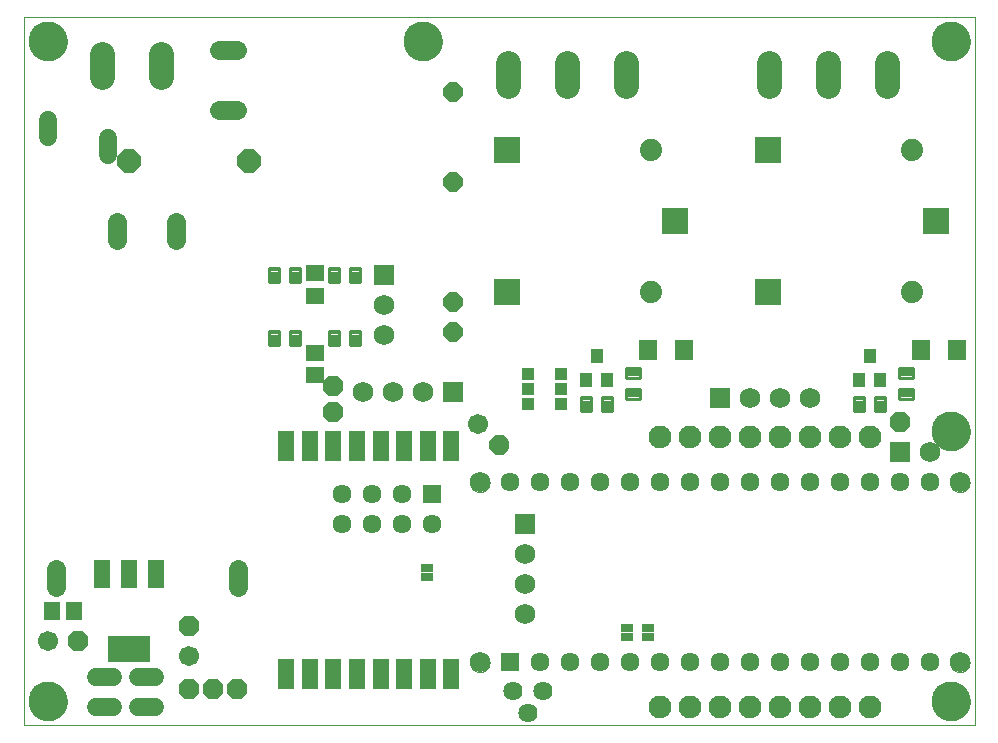
<source format=gbs>
G75*
%MOIN*%
%OFA0B0*%
%FSLAX25Y25*%
%IPPOS*%
%LPD*%
%AMOC8*
5,1,8,0,0,1.08239X$1,22.5*
%
%ADD10C,0.00000*%
%ADD11C,0.12998*%
%ADD12R,0.06337X0.06337*%
%ADD13C,0.06337*%
%ADD14C,0.01340*%
%ADD15C,0.06700*%
%ADD16R,0.05400X0.10400*%
%ADD17R,0.03900X0.02800*%
%ADD18OC8,0.06700*%
%ADD19R,0.09000X0.09000*%
%ADD20C,0.07400*%
%ADD21C,0.01100*%
%ADD22R,0.04400X0.04900*%
%ADD23C,0.08200*%
%ADD24R,0.06400X0.07000*%
%ADD25C,0.07600*%
%ADD26C,0.06337*%
%ADD27C,0.06000*%
%ADD28C,0.06400*%
%ADD29R,0.05518X0.06306*%
%ADD30R,0.05400X0.09400*%
%ADD31R,0.14400X0.08900*%
%ADD32C,0.06900*%
%ADD33OC8,0.08000*%
%ADD34C,0.06400*%
%ADD35R,0.06306X0.05518*%
%ADD36R,0.04400X0.04400*%
%ADD37R,0.06900X0.06900*%
%ADD38OC8,0.06337*%
D10*
X0002000Y0031850D02*
X0319000Y0031850D01*
X0319000Y0267850D01*
X0002000Y0267850D01*
X0002000Y0031850D01*
X0003701Y0039850D02*
X0003703Y0040008D01*
X0003709Y0040166D01*
X0003719Y0040324D01*
X0003733Y0040482D01*
X0003751Y0040639D01*
X0003772Y0040796D01*
X0003798Y0040952D01*
X0003828Y0041108D01*
X0003861Y0041263D01*
X0003899Y0041416D01*
X0003940Y0041569D01*
X0003985Y0041721D01*
X0004034Y0041872D01*
X0004087Y0042021D01*
X0004143Y0042169D01*
X0004203Y0042315D01*
X0004267Y0042460D01*
X0004335Y0042603D01*
X0004406Y0042745D01*
X0004480Y0042885D01*
X0004558Y0043022D01*
X0004640Y0043158D01*
X0004724Y0043292D01*
X0004813Y0043423D01*
X0004904Y0043552D01*
X0004999Y0043679D01*
X0005096Y0043804D01*
X0005197Y0043926D01*
X0005301Y0044045D01*
X0005408Y0044162D01*
X0005518Y0044276D01*
X0005631Y0044387D01*
X0005746Y0044496D01*
X0005864Y0044601D01*
X0005985Y0044703D01*
X0006108Y0044803D01*
X0006234Y0044899D01*
X0006362Y0044992D01*
X0006492Y0045082D01*
X0006625Y0045168D01*
X0006760Y0045252D01*
X0006896Y0045331D01*
X0007035Y0045408D01*
X0007176Y0045480D01*
X0007318Y0045550D01*
X0007462Y0045615D01*
X0007608Y0045677D01*
X0007755Y0045735D01*
X0007904Y0045790D01*
X0008054Y0045841D01*
X0008205Y0045888D01*
X0008357Y0045931D01*
X0008510Y0045970D01*
X0008665Y0046006D01*
X0008820Y0046037D01*
X0008976Y0046065D01*
X0009132Y0046089D01*
X0009289Y0046109D01*
X0009447Y0046125D01*
X0009604Y0046137D01*
X0009763Y0046145D01*
X0009921Y0046149D01*
X0010079Y0046149D01*
X0010237Y0046145D01*
X0010396Y0046137D01*
X0010553Y0046125D01*
X0010711Y0046109D01*
X0010868Y0046089D01*
X0011024Y0046065D01*
X0011180Y0046037D01*
X0011335Y0046006D01*
X0011490Y0045970D01*
X0011643Y0045931D01*
X0011795Y0045888D01*
X0011946Y0045841D01*
X0012096Y0045790D01*
X0012245Y0045735D01*
X0012392Y0045677D01*
X0012538Y0045615D01*
X0012682Y0045550D01*
X0012824Y0045480D01*
X0012965Y0045408D01*
X0013104Y0045331D01*
X0013240Y0045252D01*
X0013375Y0045168D01*
X0013508Y0045082D01*
X0013638Y0044992D01*
X0013766Y0044899D01*
X0013892Y0044803D01*
X0014015Y0044703D01*
X0014136Y0044601D01*
X0014254Y0044496D01*
X0014369Y0044387D01*
X0014482Y0044276D01*
X0014592Y0044162D01*
X0014699Y0044045D01*
X0014803Y0043926D01*
X0014904Y0043804D01*
X0015001Y0043679D01*
X0015096Y0043552D01*
X0015187Y0043423D01*
X0015276Y0043292D01*
X0015360Y0043158D01*
X0015442Y0043022D01*
X0015520Y0042885D01*
X0015594Y0042745D01*
X0015665Y0042603D01*
X0015733Y0042460D01*
X0015797Y0042315D01*
X0015857Y0042169D01*
X0015913Y0042021D01*
X0015966Y0041872D01*
X0016015Y0041721D01*
X0016060Y0041569D01*
X0016101Y0041416D01*
X0016139Y0041263D01*
X0016172Y0041108D01*
X0016202Y0040952D01*
X0016228Y0040796D01*
X0016249Y0040639D01*
X0016267Y0040482D01*
X0016281Y0040324D01*
X0016291Y0040166D01*
X0016297Y0040008D01*
X0016299Y0039850D01*
X0016297Y0039692D01*
X0016291Y0039534D01*
X0016281Y0039376D01*
X0016267Y0039218D01*
X0016249Y0039061D01*
X0016228Y0038904D01*
X0016202Y0038748D01*
X0016172Y0038592D01*
X0016139Y0038437D01*
X0016101Y0038284D01*
X0016060Y0038131D01*
X0016015Y0037979D01*
X0015966Y0037828D01*
X0015913Y0037679D01*
X0015857Y0037531D01*
X0015797Y0037385D01*
X0015733Y0037240D01*
X0015665Y0037097D01*
X0015594Y0036955D01*
X0015520Y0036815D01*
X0015442Y0036678D01*
X0015360Y0036542D01*
X0015276Y0036408D01*
X0015187Y0036277D01*
X0015096Y0036148D01*
X0015001Y0036021D01*
X0014904Y0035896D01*
X0014803Y0035774D01*
X0014699Y0035655D01*
X0014592Y0035538D01*
X0014482Y0035424D01*
X0014369Y0035313D01*
X0014254Y0035204D01*
X0014136Y0035099D01*
X0014015Y0034997D01*
X0013892Y0034897D01*
X0013766Y0034801D01*
X0013638Y0034708D01*
X0013508Y0034618D01*
X0013375Y0034532D01*
X0013240Y0034448D01*
X0013104Y0034369D01*
X0012965Y0034292D01*
X0012824Y0034220D01*
X0012682Y0034150D01*
X0012538Y0034085D01*
X0012392Y0034023D01*
X0012245Y0033965D01*
X0012096Y0033910D01*
X0011946Y0033859D01*
X0011795Y0033812D01*
X0011643Y0033769D01*
X0011490Y0033730D01*
X0011335Y0033694D01*
X0011180Y0033663D01*
X0011024Y0033635D01*
X0010868Y0033611D01*
X0010711Y0033591D01*
X0010553Y0033575D01*
X0010396Y0033563D01*
X0010237Y0033555D01*
X0010079Y0033551D01*
X0009921Y0033551D01*
X0009763Y0033555D01*
X0009604Y0033563D01*
X0009447Y0033575D01*
X0009289Y0033591D01*
X0009132Y0033611D01*
X0008976Y0033635D01*
X0008820Y0033663D01*
X0008665Y0033694D01*
X0008510Y0033730D01*
X0008357Y0033769D01*
X0008205Y0033812D01*
X0008054Y0033859D01*
X0007904Y0033910D01*
X0007755Y0033965D01*
X0007608Y0034023D01*
X0007462Y0034085D01*
X0007318Y0034150D01*
X0007176Y0034220D01*
X0007035Y0034292D01*
X0006896Y0034369D01*
X0006760Y0034448D01*
X0006625Y0034532D01*
X0006492Y0034618D01*
X0006362Y0034708D01*
X0006234Y0034801D01*
X0006108Y0034897D01*
X0005985Y0034997D01*
X0005864Y0035099D01*
X0005746Y0035204D01*
X0005631Y0035313D01*
X0005518Y0035424D01*
X0005408Y0035538D01*
X0005301Y0035655D01*
X0005197Y0035774D01*
X0005096Y0035896D01*
X0004999Y0036021D01*
X0004904Y0036148D01*
X0004813Y0036277D01*
X0004724Y0036408D01*
X0004640Y0036542D01*
X0004558Y0036678D01*
X0004480Y0036815D01*
X0004406Y0036955D01*
X0004335Y0037097D01*
X0004267Y0037240D01*
X0004203Y0037385D01*
X0004143Y0037531D01*
X0004087Y0037679D01*
X0004034Y0037828D01*
X0003985Y0037979D01*
X0003940Y0038131D01*
X0003899Y0038284D01*
X0003861Y0038437D01*
X0003828Y0038592D01*
X0003798Y0038748D01*
X0003772Y0038904D01*
X0003751Y0039061D01*
X0003733Y0039218D01*
X0003719Y0039376D01*
X0003709Y0039534D01*
X0003703Y0039692D01*
X0003701Y0039850D01*
X0150750Y0052850D02*
X0150752Y0052963D01*
X0150758Y0053077D01*
X0150768Y0053190D01*
X0150782Y0053302D01*
X0150799Y0053414D01*
X0150821Y0053526D01*
X0150847Y0053636D01*
X0150876Y0053746D01*
X0150909Y0053854D01*
X0150946Y0053962D01*
X0150987Y0054067D01*
X0151031Y0054172D01*
X0151079Y0054275D01*
X0151130Y0054376D01*
X0151185Y0054475D01*
X0151244Y0054572D01*
X0151306Y0054667D01*
X0151371Y0054760D01*
X0151439Y0054851D01*
X0151510Y0054939D01*
X0151585Y0055025D01*
X0151662Y0055108D01*
X0151742Y0055188D01*
X0151825Y0055265D01*
X0151911Y0055340D01*
X0151999Y0055411D01*
X0152090Y0055479D01*
X0152183Y0055544D01*
X0152278Y0055606D01*
X0152375Y0055665D01*
X0152474Y0055720D01*
X0152575Y0055771D01*
X0152678Y0055819D01*
X0152783Y0055863D01*
X0152888Y0055904D01*
X0152996Y0055941D01*
X0153104Y0055974D01*
X0153214Y0056003D01*
X0153324Y0056029D01*
X0153436Y0056051D01*
X0153548Y0056068D01*
X0153660Y0056082D01*
X0153773Y0056092D01*
X0153887Y0056098D01*
X0154000Y0056100D01*
X0154113Y0056098D01*
X0154227Y0056092D01*
X0154340Y0056082D01*
X0154452Y0056068D01*
X0154564Y0056051D01*
X0154676Y0056029D01*
X0154786Y0056003D01*
X0154896Y0055974D01*
X0155004Y0055941D01*
X0155112Y0055904D01*
X0155217Y0055863D01*
X0155322Y0055819D01*
X0155425Y0055771D01*
X0155526Y0055720D01*
X0155625Y0055665D01*
X0155722Y0055606D01*
X0155817Y0055544D01*
X0155910Y0055479D01*
X0156001Y0055411D01*
X0156089Y0055340D01*
X0156175Y0055265D01*
X0156258Y0055188D01*
X0156338Y0055108D01*
X0156415Y0055025D01*
X0156490Y0054939D01*
X0156561Y0054851D01*
X0156629Y0054760D01*
X0156694Y0054667D01*
X0156756Y0054572D01*
X0156815Y0054475D01*
X0156870Y0054376D01*
X0156921Y0054275D01*
X0156969Y0054172D01*
X0157013Y0054067D01*
X0157054Y0053962D01*
X0157091Y0053854D01*
X0157124Y0053746D01*
X0157153Y0053636D01*
X0157179Y0053526D01*
X0157201Y0053414D01*
X0157218Y0053302D01*
X0157232Y0053190D01*
X0157242Y0053077D01*
X0157248Y0052963D01*
X0157250Y0052850D01*
X0157248Y0052737D01*
X0157242Y0052623D01*
X0157232Y0052510D01*
X0157218Y0052398D01*
X0157201Y0052286D01*
X0157179Y0052174D01*
X0157153Y0052064D01*
X0157124Y0051954D01*
X0157091Y0051846D01*
X0157054Y0051738D01*
X0157013Y0051633D01*
X0156969Y0051528D01*
X0156921Y0051425D01*
X0156870Y0051324D01*
X0156815Y0051225D01*
X0156756Y0051128D01*
X0156694Y0051033D01*
X0156629Y0050940D01*
X0156561Y0050849D01*
X0156490Y0050761D01*
X0156415Y0050675D01*
X0156338Y0050592D01*
X0156258Y0050512D01*
X0156175Y0050435D01*
X0156089Y0050360D01*
X0156001Y0050289D01*
X0155910Y0050221D01*
X0155817Y0050156D01*
X0155722Y0050094D01*
X0155625Y0050035D01*
X0155526Y0049980D01*
X0155425Y0049929D01*
X0155322Y0049881D01*
X0155217Y0049837D01*
X0155112Y0049796D01*
X0155004Y0049759D01*
X0154896Y0049726D01*
X0154786Y0049697D01*
X0154676Y0049671D01*
X0154564Y0049649D01*
X0154452Y0049632D01*
X0154340Y0049618D01*
X0154227Y0049608D01*
X0154113Y0049602D01*
X0154000Y0049600D01*
X0153887Y0049602D01*
X0153773Y0049608D01*
X0153660Y0049618D01*
X0153548Y0049632D01*
X0153436Y0049649D01*
X0153324Y0049671D01*
X0153214Y0049697D01*
X0153104Y0049726D01*
X0152996Y0049759D01*
X0152888Y0049796D01*
X0152783Y0049837D01*
X0152678Y0049881D01*
X0152575Y0049929D01*
X0152474Y0049980D01*
X0152375Y0050035D01*
X0152278Y0050094D01*
X0152183Y0050156D01*
X0152090Y0050221D01*
X0151999Y0050289D01*
X0151911Y0050360D01*
X0151825Y0050435D01*
X0151742Y0050512D01*
X0151662Y0050592D01*
X0151585Y0050675D01*
X0151510Y0050761D01*
X0151439Y0050849D01*
X0151371Y0050940D01*
X0151306Y0051033D01*
X0151244Y0051128D01*
X0151185Y0051225D01*
X0151130Y0051324D01*
X0151079Y0051425D01*
X0151031Y0051528D01*
X0150987Y0051633D01*
X0150946Y0051738D01*
X0150909Y0051846D01*
X0150876Y0051954D01*
X0150847Y0052064D01*
X0150821Y0052174D01*
X0150799Y0052286D01*
X0150782Y0052398D01*
X0150768Y0052510D01*
X0150758Y0052623D01*
X0150752Y0052737D01*
X0150750Y0052850D01*
X0150750Y0112850D02*
X0150752Y0112963D01*
X0150758Y0113077D01*
X0150768Y0113190D01*
X0150782Y0113302D01*
X0150799Y0113414D01*
X0150821Y0113526D01*
X0150847Y0113636D01*
X0150876Y0113746D01*
X0150909Y0113854D01*
X0150946Y0113962D01*
X0150987Y0114067D01*
X0151031Y0114172D01*
X0151079Y0114275D01*
X0151130Y0114376D01*
X0151185Y0114475D01*
X0151244Y0114572D01*
X0151306Y0114667D01*
X0151371Y0114760D01*
X0151439Y0114851D01*
X0151510Y0114939D01*
X0151585Y0115025D01*
X0151662Y0115108D01*
X0151742Y0115188D01*
X0151825Y0115265D01*
X0151911Y0115340D01*
X0151999Y0115411D01*
X0152090Y0115479D01*
X0152183Y0115544D01*
X0152278Y0115606D01*
X0152375Y0115665D01*
X0152474Y0115720D01*
X0152575Y0115771D01*
X0152678Y0115819D01*
X0152783Y0115863D01*
X0152888Y0115904D01*
X0152996Y0115941D01*
X0153104Y0115974D01*
X0153214Y0116003D01*
X0153324Y0116029D01*
X0153436Y0116051D01*
X0153548Y0116068D01*
X0153660Y0116082D01*
X0153773Y0116092D01*
X0153887Y0116098D01*
X0154000Y0116100D01*
X0154113Y0116098D01*
X0154227Y0116092D01*
X0154340Y0116082D01*
X0154452Y0116068D01*
X0154564Y0116051D01*
X0154676Y0116029D01*
X0154786Y0116003D01*
X0154896Y0115974D01*
X0155004Y0115941D01*
X0155112Y0115904D01*
X0155217Y0115863D01*
X0155322Y0115819D01*
X0155425Y0115771D01*
X0155526Y0115720D01*
X0155625Y0115665D01*
X0155722Y0115606D01*
X0155817Y0115544D01*
X0155910Y0115479D01*
X0156001Y0115411D01*
X0156089Y0115340D01*
X0156175Y0115265D01*
X0156258Y0115188D01*
X0156338Y0115108D01*
X0156415Y0115025D01*
X0156490Y0114939D01*
X0156561Y0114851D01*
X0156629Y0114760D01*
X0156694Y0114667D01*
X0156756Y0114572D01*
X0156815Y0114475D01*
X0156870Y0114376D01*
X0156921Y0114275D01*
X0156969Y0114172D01*
X0157013Y0114067D01*
X0157054Y0113962D01*
X0157091Y0113854D01*
X0157124Y0113746D01*
X0157153Y0113636D01*
X0157179Y0113526D01*
X0157201Y0113414D01*
X0157218Y0113302D01*
X0157232Y0113190D01*
X0157242Y0113077D01*
X0157248Y0112963D01*
X0157250Y0112850D01*
X0157248Y0112737D01*
X0157242Y0112623D01*
X0157232Y0112510D01*
X0157218Y0112398D01*
X0157201Y0112286D01*
X0157179Y0112174D01*
X0157153Y0112064D01*
X0157124Y0111954D01*
X0157091Y0111846D01*
X0157054Y0111738D01*
X0157013Y0111633D01*
X0156969Y0111528D01*
X0156921Y0111425D01*
X0156870Y0111324D01*
X0156815Y0111225D01*
X0156756Y0111128D01*
X0156694Y0111033D01*
X0156629Y0110940D01*
X0156561Y0110849D01*
X0156490Y0110761D01*
X0156415Y0110675D01*
X0156338Y0110592D01*
X0156258Y0110512D01*
X0156175Y0110435D01*
X0156089Y0110360D01*
X0156001Y0110289D01*
X0155910Y0110221D01*
X0155817Y0110156D01*
X0155722Y0110094D01*
X0155625Y0110035D01*
X0155526Y0109980D01*
X0155425Y0109929D01*
X0155322Y0109881D01*
X0155217Y0109837D01*
X0155112Y0109796D01*
X0155004Y0109759D01*
X0154896Y0109726D01*
X0154786Y0109697D01*
X0154676Y0109671D01*
X0154564Y0109649D01*
X0154452Y0109632D01*
X0154340Y0109618D01*
X0154227Y0109608D01*
X0154113Y0109602D01*
X0154000Y0109600D01*
X0153887Y0109602D01*
X0153773Y0109608D01*
X0153660Y0109618D01*
X0153548Y0109632D01*
X0153436Y0109649D01*
X0153324Y0109671D01*
X0153214Y0109697D01*
X0153104Y0109726D01*
X0152996Y0109759D01*
X0152888Y0109796D01*
X0152783Y0109837D01*
X0152678Y0109881D01*
X0152575Y0109929D01*
X0152474Y0109980D01*
X0152375Y0110035D01*
X0152278Y0110094D01*
X0152183Y0110156D01*
X0152090Y0110221D01*
X0151999Y0110289D01*
X0151911Y0110360D01*
X0151825Y0110435D01*
X0151742Y0110512D01*
X0151662Y0110592D01*
X0151585Y0110675D01*
X0151510Y0110761D01*
X0151439Y0110849D01*
X0151371Y0110940D01*
X0151306Y0111033D01*
X0151244Y0111128D01*
X0151185Y0111225D01*
X0151130Y0111324D01*
X0151079Y0111425D01*
X0151031Y0111528D01*
X0150987Y0111633D01*
X0150946Y0111738D01*
X0150909Y0111846D01*
X0150876Y0111954D01*
X0150847Y0112064D01*
X0150821Y0112174D01*
X0150799Y0112286D01*
X0150782Y0112398D01*
X0150768Y0112510D01*
X0150758Y0112623D01*
X0150752Y0112737D01*
X0150750Y0112850D01*
X0304701Y0129850D02*
X0304703Y0130008D01*
X0304709Y0130166D01*
X0304719Y0130324D01*
X0304733Y0130482D01*
X0304751Y0130639D01*
X0304772Y0130796D01*
X0304798Y0130952D01*
X0304828Y0131108D01*
X0304861Y0131263D01*
X0304899Y0131416D01*
X0304940Y0131569D01*
X0304985Y0131721D01*
X0305034Y0131872D01*
X0305087Y0132021D01*
X0305143Y0132169D01*
X0305203Y0132315D01*
X0305267Y0132460D01*
X0305335Y0132603D01*
X0305406Y0132745D01*
X0305480Y0132885D01*
X0305558Y0133022D01*
X0305640Y0133158D01*
X0305724Y0133292D01*
X0305813Y0133423D01*
X0305904Y0133552D01*
X0305999Y0133679D01*
X0306096Y0133804D01*
X0306197Y0133926D01*
X0306301Y0134045D01*
X0306408Y0134162D01*
X0306518Y0134276D01*
X0306631Y0134387D01*
X0306746Y0134496D01*
X0306864Y0134601D01*
X0306985Y0134703D01*
X0307108Y0134803D01*
X0307234Y0134899D01*
X0307362Y0134992D01*
X0307492Y0135082D01*
X0307625Y0135168D01*
X0307760Y0135252D01*
X0307896Y0135331D01*
X0308035Y0135408D01*
X0308176Y0135480D01*
X0308318Y0135550D01*
X0308462Y0135615D01*
X0308608Y0135677D01*
X0308755Y0135735D01*
X0308904Y0135790D01*
X0309054Y0135841D01*
X0309205Y0135888D01*
X0309357Y0135931D01*
X0309510Y0135970D01*
X0309665Y0136006D01*
X0309820Y0136037D01*
X0309976Y0136065D01*
X0310132Y0136089D01*
X0310289Y0136109D01*
X0310447Y0136125D01*
X0310604Y0136137D01*
X0310763Y0136145D01*
X0310921Y0136149D01*
X0311079Y0136149D01*
X0311237Y0136145D01*
X0311396Y0136137D01*
X0311553Y0136125D01*
X0311711Y0136109D01*
X0311868Y0136089D01*
X0312024Y0136065D01*
X0312180Y0136037D01*
X0312335Y0136006D01*
X0312490Y0135970D01*
X0312643Y0135931D01*
X0312795Y0135888D01*
X0312946Y0135841D01*
X0313096Y0135790D01*
X0313245Y0135735D01*
X0313392Y0135677D01*
X0313538Y0135615D01*
X0313682Y0135550D01*
X0313824Y0135480D01*
X0313965Y0135408D01*
X0314104Y0135331D01*
X0314240Y0135252D01*
X0314375Y0135168D01*
X0314508Y0135082D01*
X0314638Y0134992D01*
X0314766Y0134899D01*
X0314892Y0134803D01*
X0315015Y0134703D01*
X0315136Y0134601D01*
X0315254Y0134496D01*
X0315369Y0134387D01*
X0315482Y0134276D01*
X0315592Y0134162D01*
X0315699Y0134045D01*
X0315803Y0133926D01*
X0315904Y0133804D01*
X0316001Y0133679D01*
X0316096Y0133552D01*
X0316187Y0133423D01*
X0316276Y0133292D01*
X0316360Y0133158D01*
X0316442Y0133022D01*
X0316520Y0132885D01*
X0316594Y0132745D01*
X0316665Y0132603D01*
X0316733Y0132460D01*
X0316797Y0132315D01*
X0316857Y0132169D01*
X0316913Y0132021D01*
X0316966Y0131872D01*
X0317015Y0131721D01*
X0317060Y0131569D01*
X0317101Y0131416D01*
X0317139Y0131263D01*
X0317172Y0131108D01*
X0317202Y0130952D01*
X0317228Y0130796D01*
X0317249Y0130639D01*
X0317267Y0130482D01*
X0317281Y0130324D01*
X0317291Y0130166D01*
X0317297Y0130008D01*
X0317299Y0129850D01*
X0317297Y0129692D01*
X0317291Y0129534D01*
X0317281Y0129376D01*
X0317267Y0129218D01*
X0317249Y0129061D01*
X0317228Y0128904D01*
X0317202Y0128748D01*
X0317172Y0128592D01*
X0317139Y0128437D01*
X0317101Y0128284D01*
X0317060Y0128131D01*
X0317015Y0127979D01*
X0316966Y0127828D01*
X0316913Y0127679D01*
X0316857Y0127531D01*
X0316797Y0127385D01*
X0316733Y0127240D01*
X0316665Y0127097D01*
X0316594Y0126955D01*
X0316520Y0126815D01*
X0316442Y0126678D01*
X0316360Y0126542D01*
X0316276Y0126408D01*
X0316187Y0126277D01*
X0316096Y0126148D01*
X0316001Y0126021D01*
X0315904Y0125896D01*
X0315803Y0125774D01*
X0315699Y0125655D01*
X0315592Y0125538D01*
X0315482Y0125424D01*
X0315369Y0125313D01*
X0315254Y0125204D01*
X0315136Y0125099D01*
X0315015Y0124997D01*
X0314892Y0124897D01*
X0314766Y0124801D01*
X0314638Y0124708D01*
X0314508Y0124618D01*
X0314375Y0124532D01*
X0314240Y0124448D01*
X0314104Y0124369D01*
X0313965Y0124292D01*
X0313824Y0124220D01*
X0313682Y0124150D01*
X0313538Y0124085D01*
X0313392Y0124023D01*
X0313245Y0123965D01*
X0313096Y0123910D01*
X0312946Y0123859D01*
X0312795Y0123812D01*
X0312643Y0123769D01*
X0312490Y0123730D01*
X0312335Y0123694D01*
X0312180Y0123663D01*
X0312024Y0123635D01*
X0311868Y0123611D01*
X0311711Y0123591D01*
X0311553Y0123575D01*
X0311396Y0123563D01*
X0311237Y0123555D01*
X0311079Y0123551D01*
X0310921Y0123551D01*
X0310763Y0123555D01*
X0310604Y0123563D01*
X0310447Y0123575D01*
X0310289Y0123591D01*
X0310132Y0123611D01*
X0309976Y0123635D01*
X0309820Y0123663D01*
X0309665Y0123694D01*
X0309510Y0123730D01*
X0309357Y0123769D01*
X0309205Y0123812D01*
X0309054Y0123859D01*
X0308904Y0123910D01*
X0308755Y0123965D01*
X0308608Y0124023D01*
X0308462Y0124085D01*
X0308318Y0124150D01*
X0308176Y0124220D01*
X0308035Y0124292D01*
X0307896Y0124369D01*
X0307760Y0124448D01*
X0307625Y0124532D01*
X0307492Y0124618D01*
X0307362Y0124708D01*
X0307234Y0124801D01*
X0307108Y0124897D01*
X0306985Y0124997D01*
X0306864Y0125099D01*
X0306746Y0125204D01*
X0306631Y0125313D01*
X0306518Y0125424D01*
X0306408Y0125538D01*
X0306301Y0125655D01*
X0306197Y0125774D01*
X0306096Y0125896D01*
X0305999Y0126021D01*
X0305904Y0126148D01*
X0305813Y0126277D01*
X0305724Y0126408D01*
X0305640Y0126542D01*
X0305558Y0126678D01*
X0305480Y0126815D01*
X0305406Y0126955D01*
X0305335Y0127097D01*
X0305267Y0127240D01*
X0305203Y0127385D01*
X0305143Y0127531D01*
X0305087Y0127679D01*
X0305034Y0127828D01*
X0304985Y0127979D01*
X0304940Y0128131D01*
X0304899Y0128284D01*
X0304861Y0128437D01*
X0304828Y0128592D01*
X0304798Y0128748D01*
X0304772Y0128904D01*
X0304751Y0129061D01*
X0304733Y0129218D01*
X0304719Y0129376D01*
X0304709Y0129534D01*
X0304703Y0129692D01*
X0304701Y0129850D01*
X0310750Y0112850D02*
X0310752Y0112963D01*
X0310758Y0113077D01*
X0310768Y0113190D01*
X0310782Y0113302D01*
X0310799Y0113414D01*
X0310821Y0113526D01*
X0310847Y0113636D01*
X0310876Y0113746D01*
X0310909Y0113854D01*
X0310946Y0113962D01*
X0310987Y0114067D01*
X0311031Y0114172D01*
X0311079Y0114275D01*
X0311130Y0114376D01*
X0311185Y0114475D01*
X0311244Y0114572D01*
X0311306Y0114667D01*
X0311371Y0114760D01*
X0311439Y0114851D01*
X0311510Y0114939D01*
X0311585Y0115025D01*
X0311662Y0115108D01*
X0311742Y0115188D01*
X0311825Y0115265D01*
X0311911Y0115340D01*
X0311999Y0115411D01*
X0312090Y0115479D01*
X0312183Y0115544D01*
X0312278Y0115606D01*
X0312375Y0115665D01*
X0312474Y0115720D01*
X0312575Y0115771D01*
X0312678Y0115819D01*
X0312783Y0115863D01*
X0312888Y0115904D01*
X0312996Y0115941D01*
X0313104Y0115974D01*
X0313214Y0116003D01*
X0313324Y0116029D01*
X0313436Y0116051D01*
X0313548Y0116068D01*
X0313660Y0116082D01*
X0313773Y0116092D01*
X0313887Y0116098D01*
X0314000Y0116100D01*
X0314113Y0116098D01*
X0314227Y0116092D01*
X0314340Y0116082D01*
X0314452Y0116068D01*
X0314564Y0116051D01*
X0314676Y0116029D01*
X0314786Y0116003D01*
X0314896Y0115974D01*
X0315004Y0115941D01*
X0315112Y0115904D01*
X0315217Y0115863D01*
X0315322Y0115819D01*
X0315425Y0115771D01*
X0315526Y0115720D01*
X0315625Y0115665D01*
X0315722Y0115606D01*
X0315817Y0115544D01*
X0315910Y0115479D01*
X0316001Y0115411D01*
X0316089Y0115340D01*
X0316175Y0115265D01*
X0316258Y0115188D01*
X0316338Y0115108D01*
X0316415Y0115025D01*
X0316490Y0114939D01*
X0316561Y0114851D01*
X0316629Y0114760D01*
X0316694Y0114667D01*
X0316756Y0114572D01*
X0316815Y0114475D01*
X0316870Y0114376D01*
X0316921Y0114275D01*
X0316969Y0114172D01*
X0317013Y0114067D01*
X0317054Y0113962D01*
X0317091Y0113854D01*
X0317124Y0113746D01*
X0317153Y0113636D01*
X0317179Y0113526D01*
X0317201Y0113414D01*
X0317218Y0113302D01*
X0317232Y0113190D01*
X0317242Y0113077D01*
X0317248Y0112963D01*
X0317250Y0112850D01*
X0317248Y0112737D01*
X0317242Y0112623D01*
X0317232Y0112510D01*
X0317218Y0112398D01*
X0317201Y0112286D01*
X0317179Y0112174D01*
X0317153Y0112064D01*
X0317124Y0111954D01*
X0317091Y0111846D01*
X0317054Y0111738D01*
X0317013Y0111633D01*
X0316969Y0111528D01*
X0316921Y0111425D01*
X0316870Y0111324D01*
X0316815Y0111225D01*
X0316756Y0111128D01*
X0316694Y0111033D01*
X0316629Y0110940D01*
X0316561Y0110849D01*
X0316490Y0110761D01*
X0316415Y0110675D01*
X0316338Y0110592D01*
X0316258Y0110512D01*
X0316175Y0110435D01*
X0316089Y0110360D01*
X0316001Y0110289D01*
X0315910Y0110221D01*
X0315817Y0110156D01*
X0315722Y0110094D01*
X0315625Y0110035D01*
X0315526Y0109980D01*
X0315425Y0109929D01*
X0315322Y0109881D01*
X0315217Y0109837D01*
X0315112Y0109796D01*
X0315004Y0109759D01*
X0314896Y0109726D01*
X0314786Y0109697D01*
X0314676Y0109671D01*
X0314564Y0109649D01*
X0314452Y0109632D01*
X0314340Y0109618D01*
X0314227Y0109608D01*
X0314113Y0109602D01*
X0314000Y0109600D01*
X0313887Y0109602D01*
X0313773Y0109608D01*
X0313660Y0109618D01*
X0313548Y0109632D01*
X0313436Y0109649D01*
X0313324Y0109671D01*
X0313214Y0109697D01*
X0313104Y0109726D01*
X0312996Y0109759D01*
X0312888Y0109796D01*
X0312783Y0109837D01*
X0312678Y0109881D01*
X0312575Y0109929D01*
X0312474Y0109980D01*
X0312375Y0110035D01*
X0312278Y0110094D01*
X0312183Y0110156D01*
X0312090Y0110221D01*
X0311999Y0110289D01*
X0311911Y0110360D01*
X0311825Y0110435D01*
X0311742Y0110512D01*
X0311662Y0110592D01*
X0311585Y0110675D01*
X0311510Y0110761D01*
X0311439Y0110849D01*
X0311371Y0110940D01*
X0311306Y0111033D01*
X0311244Y0111128D01*
X0311185Y0111225D01*
X0311130Y0111324D01*
X0311079Y0111425D01*
X0311031Y0111528D01*
X0310987Y0111633D01*
X0310946Y0111738D01*
X0310909Y0111846D01*
X0310876Y0111954D01*
X0310847Y0112064D01*
X0310821Y0112174D01*
X0310799Y0112286D01*
X0310782Y0112398D01*
X0310768Y0112510D01*
X0310758Y0112623D01*
X0310752Y0112737D01*
X0310750Y0112850D01*
X0310750Y0052850D02*
X0310752Y0052963D01*
X0310758Y0053077D01*
X0310768Y0053190D01*
X0310782Y0053302D01*
X0310799Y0053414D01*
X0310821Y0053526D01*
X0310847Y0053636D01*
X0310876Y0053746D01*
X0310909Y0053854D01*
X0310946Y0053962D01*
X0310987Y0054067D01*
X0311031Y0054172D01*
X0311079Y0054275D01*
X0311130Y0054376D01*
X0311185Y0054475D01*
X0311244Y0054572D01*
X0311306Y0054667D01*
X0311371Y0054760D01*
X0311439Y0054851D01*
X0311510Y0054939D01*
X0311585Y0055025D01*
X0311662Y0055108D01*
X0311742Y0055188D01*
X0311825Y0055265D01*
X0311911Y0055340D01*
X0311999Y0055411D01*
X0312090Y0055479D01*
X0312183Y0055544D01*
X0312278Y0055606D01*
X0312375Y0055665D01*
X0312474Y0055720D01*
X0312575Y0055771D01*
X0312678Y0055819D01*
X0312783Y0055863D01*
X0312888Y0055904D01*
X0312996Y0055941D01*
X0313104Y0055974D01*
X0313214Y0056003D01*
X0313324Y0056029D01*
X0313436Y0056051D01*
X0313548Y0056068D01*
X0313660Y0056082D01*
X0313773Y0056092D01*
X0313887Y0056098D01*
X0314000Y0056100D01*
X0314113Y0056098D01*
X0314227Y0056092D01*
X0314340Y0056082D01*
X0314452Y0056068D01*
X0314564Y0056051D01*
X0314676Y0056029D01*
X0314786Y0056003D01*
X0314896Y0055974D01*
X0315004Y0055941D01*
X0315112Y0055904D01*
X0315217Y0055863D01*
X0315322Y0055819D01*
X0315425Y0055771D01*
X0315526Y0055720D01*
X0315625Y0055665D01*
X0315722Y0055606D01*
X0315817Y0055544D01*
X0315910Y0055479D01*
X0316001Y0055411D01*
X0316089Y0055340D01*
X0316175Y0055265D01*
X0316258Y0055188D01*
X0316338Y0055108D01*
X0316415Y0055025D01*
X0316490Y0054939D01*
X0316561Y0054851D01*
X0316629Y0054760D01*
X0316694Y0054667D01*
X0316756Y0054572D01*
X0316815Y0054475D01*
X0316870Y0054376D01*
X0316921Y0054275D01*
X0316969Y0054172D01*
X0317013Y0054067D01*
X0317054Y0053962D01*
X0317091Y0053854D01*
X0317124Y0053746D01*
X0317153Y0053636D01*
X0317179Y0053526D01*
X0317201Y0053414D01*
X0317218Y0053302D01*
X0317232Y0053190D01*
X0317242Y0053077D01*
X0317248Y0052963D01*
X0317250Y0052850D01*
X0317248Y0052737D01*
X0317242Y0052623D01*
X0317232Y0052510D01*
X0317218Y0052398D01*
X0317201Y0052286D01*
X0317179Y0052174D01*
X0317153Y0052064D01*
X0317124Y0051954D01*
X0317091Y0051846D01*
X0317054Y0051738D01*
X0317013Y0051633D01*
X0316969Y0051528D01*
X0316921Y0051425D01*
X0316870Y0051324D01*
X0316815Y0051225D01*
X0316756Y0051128D01*
X0316694Y0051033D01*
X0316629Y0050940D01*
X0316561Y0050849D01*
X0316490Y0050761D01*
X0316415Y0050675D01*
X0316338Y0050592D01*
X0316258Y0050512D01*
X0316175Y0050435D01*
X0316089Y0050360D01*
X0316001Y0050289D01*
X0315910Y0050221D01*
X0315817Y0050156D01*
X0315722Y0050094D01*
X0315625Y0050035D01*
X0315526Y0049980D01*
X0315425Y0049929D01*
X0315322Y0049881D01*
X0315217Y0049837D01*
X0315112Y0049796D01*
X0315004Y0049759D01*
X0314896Y0049726D01*
X0314786Y0049697D01*
X0314676Y0049671D01*
X0314564Y0049649D01*
X0314452Y0049632D01*
X0314340Y0049618D01*
X0314227Y0049608D01*
X0314113Y0049602D01*
X0314000Y0049600D01*
X0313887Y0049602D01*
X0313773Y0049608D01*
X0313660Y0049618D01*
X0313548Y0049632D01*
X0313436Y0049649D01*
X0313324Y0049671D01*
X0313214Y0049697D01*
X0313104Y0049726D01*
X0312996Y0049759D01*
X0312888Y0049796D01*
X0312783Y0049837D01*
X0312678Y0049881D01*
X0312575Y0049929D01*
X0312474Y0049980D01*
X0312375Y0050035D01*
X0312278Y0050094D01*
X0312183Y0050156D01*
X0312090Y0050221D01*
X0311999Y0050289D01*
X0311911Y0050360D01*
X0311825Y0050435D01*
X0311742Y0050512D01*
X0311662Y0050592D01*
X0311585Y0050675D01*
X0311510Y0050761D01*
X0311439Y0050849D01*
X0311371Y0050940D01*
X0311306Y0051033D01*
X0311244Y0051128D01*
X0311185Y0051225D01*
X0311130Y0051324D01*
X0311079Y0051425D01*
X0311031Y0051528D01*
X0310987Y0051633D01*
X0310946Y0051738D01*
X0310909Y0051846D01*
X0310876Y0051954D01*
X0310847Y0052064D01*
X0310821Y0052174D01*
X0310799Y0052286D01*
X0310782Y0052398D01*
X0310768Y0052510D01*
X0310758Y0052623D01*
X0310752Y0052737D01*
X0310750Y0052850D01*
X0304701Y0039850D02*
X0304703Y0040008D01*
X0304709Y0040166D01*
X0304719Y0040324D01*
X0304733Y0040482D01*
X0304751Y0040639D01*
X0304772Y0040796D01*
X0304798Y0040952D01*
X0304828Y0041108D01*
X0304861Y0041263D01*
X0304899Y0041416D01*
X0304940Y0041569D01*
X0304985Y0041721D01*
X0305034Y0041872D01*
X0305087Y0042021D01*
X0305143Y0042169D01*
X0305203Y0042315D01*
X0305267Y0042460D01*
X0305335Y0042603D01*
X0305406Y0042745D01*
X0305480Y0042885D01*
X0305558Y0043022D01*
X0305640Y0043158D01*
X0305724Y0043292D01*
X0305813Y0043423D01*
X0305904Y0043552D01*
X0305999Y0043679D01*
X0306096Y0043804D01*
X0306197Y0043926D01*
X0306301Y0044045D01*
X0306408Y0044162D01*
X0306518Y0044276D01*
X0306631Y0044387D01*
X0306746Y0044496D01*
X0306864Y0044601D01*
X0306985Y0044703D01*
X0307108Y0044803D01*
X0307234Y0044899D01*
X0307362Y0044992D01*
X0307492Y0045082D01*
X0307625Y0045168D01*
X0307760Y0045252D01*
X0307896Y0045331D01*
X0308035Y0045408D01*
X0308176Y0045480D01*
X0308318Y0045550D01*
X0308462Y0045615D01*
X0308608Y0045677D01*
X0308755Y0045735D01*
X0308904Y0045790D01*
X0309054Y0045841D01*
X0309205Y0045888D01*
X0309357Y0045931D01*
X0309510Y0045970D01*
X0309665Y0046006D01*
X0309820Y0046037D01*
X0309976Y0046065D01*
X0310132Y0046089D01*
X0310289Y0046109D01*
X0310447Y0046125D01*
X0310604Y0046137D01*
X0310763Y0046145D01*
X0310921Y0046149D01*
X0311079Y0046149D01*
X0311237Y0046145D01*
X0311396Y0046137D01*
X0311553Y0046125D01*
X0311711Y0046109D01*
X0311868Y0046089D01*
X0312024Y0046065D01*
X0312180Y0046037D01*
X0312335Y0046006D01*
X0312490Y0045970D01*
X0312643Y0045931D01*
X0312795Y0045888D01*
X0312946Y0045841D01*
X0313096Y0045790D01*
X0313245Y0045735D01*
X0313392Y0045677D01*
X0313538Y0045615D01*
X0313682Y0045550D01*
X0313824Y0045480D01*
X0313965Y0045408D01*
X0314104Y0045331D01*
X0314240Y0045252D01*
X0314375Y0045168D01*
X0314508Y0045082D01*
X0314638Y0044992D01*
X0314766Y0044899D01*
X0314892Y0044803D01*
X0315015Y0044703D01*
X0315136Y0044601D01*
X0315254Y0044496D01*
X0315369Y0044387D01*
X0315482Y0044276D01*
X0315592Y0044162D01*
X0315699Y0044045D01*
X0315803Y0043926D01*
X0315904Y0043804D01*
X0316001Y0043679D01*
X0316096Y0043552D01*
X0316187Y0043423D01*
X0316276Y0043292D01*
X0316360Y0043158D01*
X0316442Y0043022D01*
X0316520Y0042885D01*
X0316594Y0042745D01*
X0316665Y0042603D01*
X0316733Y0042460D01*
X0316797Y0042315D01*
X0316857Y0042169D01*
X0316913Y0042021D01*
X0316966Y0041872D01*
X0317015Y0041721D01*
X0317060Y0041569D01*
X0317101Y0041416D01*
X0317139Y0041263D01*
X0317172Y0041108D01*
X0317202Y0040952D01*
X0317228Y0040796D01*
X0317249Y0040639D01*
X0317267Y0040482D01*
X0317281Y0040324D01*
X0317291Y0040166D01*
X0317297Y0040008D01*
X0317299Y0039850D01*
X0317297Y0039692D01*
X0317291Y0039534D01*
X0317281Y0039376D01*
X0317267Y0039218D01*
X0317249Y0039061D01*
X0317228Y0038904D01*
X0317202Y0038748D01*
X0317172Y0038592D01*
X0317139Y0038437D01*
X0317101Y0038284D01*
X0317060Y0038131D01*
X0317015Y0037979D01*
X0316966Y0037828D01*
X0316913Y0037679D01*
X0316857Y0037531D01*
X0316797Y0037385D01*
X0316733Y0037240D01*
X0316665Y0037097D01*
X0316594Y0036955D01*
X0316520Y0036815D01*
X0316442Y0036678D01*
X0316360Y0036542D01*
X0316276Y0036408D01*
X0316187Y0036277D01*
X0316096Y0036148D01*
X0316001Y0036021D01*
X0315904Y0035896D01*
X0315803Y0035774D01*
X0315699Y0035655D01*
X0315592Y0035538D01*
X0315482Y0035424D01*
X0315369Y0035313D01*
X0315254Y0035204D01*
X0315136Y0035099D01*
X0315015Y0034997D01*
X0314892Y0034897D01*
X0314766Y0034801D01*
X0314638Y0034708D01*
X0314508Y0034618D01*
X0314375Y0034532D01*
X0314240Y0034448D01*
X0314104Y0034369D01*
X0313965Y0034292D01*
X0313824Y0034220D01*
X0313682Y0034150D01*
X0313538Y0034085D01*
X0313392Y0034023D01*
X0313245Y0033965D01*
X0313096Y0033910D01*
X0312946Y0033859D01*
X0312795Y0033812D01*
X0312643Y0033769D01*
X0312490Y0033730D01*
X0312335Y0033694D01*
X0312180Y0033663D01*
X0312024Y0033635D01*
X0311868Y0033611D01*
X0311711Y0033591D01*
X0311553Y0033575D01*
X0311396Y0033563D01*
X0311237Y0033555D01*
X0311079Y0033551D01*
X0310921Y0033551D01*
X0310763Y0033555D01*
X0310604Y0033563D01*
X0310447Y0033575D01*
X0310289Y0033591D01*
X0310132Y0033611D01*
X0309976Y0033635D01*
X0309820Y0033663D01*
X0309665Y0033694D01*
X0309510Y0033730D01*
X0309357Y0033769D01*
X0309205Y0033812D01*
X0309054Y0033859D01*
X0308904Y0033910D01*
X0308755Y0033965D01*
X0308608Y0034023D01*
X0308462Y0034085D01*
X0308318Y0034150D01*
X0308176Y0034220D01*
X0308035Y0034292D01*
X0307896Y0034369D01*
X0307760Y0034448D01*
X0307625Y0034532D01*
X0307492Y0034618D01*
X0307362Y0034708D01*
X0307234Y0034801D01*
X0307108Y0034897D01*
X0306985Y0034997D01*
X0306864Y0035099D01*
X0306746Y0035204D01*
X0306631Y0035313D01*
X0306518Y0035424D01*
X0306408Y0035538D01*
X0306301Y0035655D01*
X0306197Y0035774D01*
X0306096Y0035896D01*
X0305999Y0036021D01*
X0305904Y0036148D01*
X0305813Y0036277D01*
X0305724Y0036408D01*
X0305640Y0036542D01*
X0305558Y0036678D01*
X0305480Y0036815D01*
X0305406Y0036955D01*
X0305335Y0037097D01*
X0305267Y0037240D01*
X0305203Y0037385D01*
X0305143Y0037531D01*
X0305087Y0037679D01*
X0305034Y0037828D01*
X0304985Y0037979D01*
X0304940Y0038131D01*
X0304899Y0038284D01*
X0304861Y0038437D01*
X0304828Y0038592D01*
X0304798Y0038748D01*
X0304772Y0038904D01*
X0304751Y0039061D01*
X0304733Y0039218D01*
X0304719Y0039376D01*
X0304709Y0039534D01*
X0304703Y0039692D01*
X0304701Y0039850D01*
X0304701Y0259850D02*
X0304703Y0260008D01*
X0304709Y0260166D01*
X0304719Y0260324D01*
X0304733Y0260482D01*
X0304751Y0260639D01*
X0304772Y0260796D01*
X0304798Y0260952D01*
X0304828Y0261108D01*
X0304861Y0261263D01*
X0304899Y0261416D01*
X0304940Y0261569D01*
X0304985Y0261721D01*
X0305034Y0261872D01*
X0305087Y0262021D01*
X0305143Y0262169D01*
X0305203Y0262315D01*
X0305267Y0262460D01*
X0305335Y0262603D01*
X0305406Y0262745D01*
X0305480Y0262885D01*
X0305558Y0263022D01*
X0305640Y0263158D01*
X0305724Y0263292D01*
X0305813Y0263423D01*
X0305904Y0263552D01*
X0305999Y0263679D01*
X0306096Y0263804D01*
X0306197Y0263926D01*
X0306301Y0264045D01*
X0306408Y0264162D01*
X0306518Y0264276D01*
X0306631Y0264387D01*
X0306746Y0264496D01*
X0306864Y0264601D01*
X0306985Y0264703D01*
X0307108Y0264803D01*
X0307234Y0264899D01*
X0307362Y0264992D01*
X0307492Y0265082D01*
X0307625Y0265168D01*
X0307760Y0265252D01*
X0307896Y0265331D01*
X0308035Y0265408D01*
X0308176Y0265480D01*
X0308318Y0265550D01*
X0308462Y0265615D01*
X0308608Y0265677D01*
X0308755Y0265735D01*
X0308904Y0265790D01*
X0309054Y0265841D01*
X0309205Y0265888D01*
X0309357Y0265931D01*
X0309510Y0265970D01*
X0309665Y0266006D01*
X0309820Y0266037D01*
X0309976Y0266065D01*
X0310132Y0266089D01*
X0310289Y0266109D01*
X0310447Y0266125D01*
X0310604Y0266137D01*
X0310763Y0266145D01*
X0310921Y0266149D01*
X0311079Y0266149D01*
X0311237Y0266145D01*
X0311396Y0266137D01*
X0311553Y0266125D01*
X0311711Y0266109D01*
X0311868Y0266089D01*
X0312024Y0266065D01*
X0312180Y0266037D01*
X0312335Y0266006D01*
X0312490Y0265970D01*
X0312643Y0265931D01*
X0312795Y0265888D01*
X0312946Y0265841D01*
X0313096Y0265790D01*
X0313245Y0265735D01*
X0313392Y0265677D01*
X0313538Y0265615D01*
X0313682Y0265550D01*
X0313824Y0265480D01*
X0313965Y0265408D01*
X0314104Y0265331D01*
X0314240Y0265252D01*
X0314375Y0265168D01*
X0314508Y0265082D01*
X0314638Y0264992D01*
X0314766Y0264899D01*
X0314892Y0264803D01*
X0315015Y0264703D01*
X0315136Y0264601D01*
X0315254Y0264496D01*
X0315369Y0264387D01*
X0315482Y0264276D01*
X0315592Y0264162D01*
X0315699Y0264045D01*
X0315803Y0263926D01*
X0315904Y0263804D01*
X0316001Y0263679D01*
X0316096Y0263552D01*
X0316187Y0263423D01*
X0316276Y0263292D01*
X0316360Y0263158D01*
X0316442Y0263022D01*
X0316520Y0262885D01*
X0316594Y0262745D01*
X0316665Y0262603D01*
X0316733Y0262460D01*
X0316797Y0262315D01*
X0316857Y0262169D01*
X0316913Y0262021D01*
X0316966Y0261872D01*
X0317015Y0261721D01*
X0317060Y0261569D01*
X0317101Y0261416D01*
X0317139Y0261263D01*
X0317172Y0261108D01*
X0317202Y0260952D01*
X0317228Y0260796D01*
X0317249Y0260639D01*
X0317267Y0260482D01*
X0317281Y0260324D01*
X0317291Y0260166D01*
X0317297Y0260008D01*
X0317299Y0259850D01*
X0317297Y0259692D01*
X0317291Y0259534D01*
X0317281Y0259376D01*
X0317267Y0259218D01*
X0317249Y0259061D01*
X0317228Y0258904D01*
X0317202Y0258748D01*
X0317172Y0258592D01*
X0317139Y0258437D01*
X0317101Y0258284D01*
X0317060Y0258131D01*
X0317015Y0257979D01*
X0316966Y0257828D01*
X0316913Y0257679D01*
X0316857Y0257531D01*
X0316797Y0257385D01*
X0316733Y0257240D01*
X0316665Y0257097D01*
X0316594Y0256955D01*
X0316520Y0256815D01*
X0316442Y0256678D01*
X0316360Y0256542D01*
X0316276Y0256408D01*
X0316187Y0256277D01*
X0316096Y0256148D01*
X0316001Y0256021D01*
X0315904Y0255896D01*
X0315803Y0255774D01*
X0315699Y0255655D01*
X0315592Y0255538D01*
X0315482Y0255424D01*
X0315369Y0255313D01*
X0315254Y0255204D01*
X0315136Y0255099D01*
X0315015Y0254997D01*
X0314892Y0254897D01*
X0314766Y0254801D01*
X0314638Y0254708D01*
X0314508Y0254618D01*
X0314375Y0254532D01*
X0314240Y0254448D01*
X0314104Y0254369D01*
X0313965Y0254292D01*
X0313824Y0254220D01*
X0313682Y0254150D01*
X0313538Y0254085D01*
X0313392Y0254023D01*
X0313245Y0253965D01*
X0313096Y0253910D01*
X0312946Y0253859D01*
X0312795Y0253812D01*
X0312643Y0253769D01*
X0312490Y0253730D01*
X0312335Y0253694D01*
X0312180Y0253663D01*
X0312024Y0253635D01*
X0311868Y0253611D01*
X0311711Y0253591D01*
X0311553Y0253575D01*
X0311396Y0253563D01*
X0311237Y0253555D01*
X0311079Y0253551D01*
X0310921Y0253551D01*
X0310763Y0253555D01*
X0310604Y0253563D01*
X0310447Y0253575D01*
X0310289Y0253591D01*
X0310132Y0253611D01*
X0309976Y0253635D01*
X0309820Y0253663D01*
X0309665Y0253694D01*
X0309510Y0253730D01*
X0309357Y0253769D01*
X0309205Y0253812D01*
X0309054Y0253859D01*
X0308904Y0253910D01*
X0308755Y0253965D01*
X0308608Y0254023D01*
X0308462Y0254085D01*
X0308318Y0254150D01*
X0308176Y0254220D01*
X0308035Y0254292D01*
X0307896Y0254369D01*
X0307760Y0254448D01*
X0307625Y0254532D01*
X0307492Y0254618D01*
X0307362Y0254708D01*
X0307234Y0254801D01*
X0307108Y0254897D01*
X0306985Y0254997D01*
X0306864Y0255099D01*
X0306746Y0255204D01*
X0306631Y0255313D01*
X0306518Y0255424D01*
X0306408Y0255538D01*
X0306301Y0255655D01*
X0306197Y0255774D01*
X0306096Y0255896D01*
X0305999Y0256021D01*
X0305904Y0256148D01*
X0305813Y0256277D01*
X0305724Y0256408D01*
X0305640Y0256542D01*
X0305558Y0256678D01*
X0305480Y0256815D01*
X0305406Y0256955D01*
X0305335Y0257097D01*
X0305267Y0257240D01*
X0305203Y0257385D01*
X0305143Y0257531D01*
X0305087Y0257679D01*
X0305034Y0257828D01*
X0304985Y0257979D01*
X0304940Y0258131D01*
X0304899Y0258284D01*
X0304861Y0258437D01*
X0304828Y0258592D01*
X0304798Y0258748D01*
X0304772Y0258904D01*
X0304751Y0259061D01*
X0304733Y0259218D01*
X0304719Y0259376D01*
X0304709Y0259534D01*
X0304703Y0259692D01*
X0304701Y0259850D01*
X0128701Y0259850D02*
X0128703Y0260008D01*
X0128709Y0260166D01*
X0128719Y0260324D01*
X0128733Y0260482D01*
X0128751Y0260639D01*
X0128772Y0260796D01*
X0128798Y0260952D01*
X0128828Y0261108D01*
X0128861Y0261263D01*
X0128899Y0261416D01*
X0128940Y0261569D01*
X0128985Y0261721D01*
X0129034Y0261872D01*
X0129087Y0262021D01*
X0129143Y0262169D01*
X0129203Y0262315D01*
X0129267Y0262460D01*
X0129335Y0262603D01*
X0129406Y0262745D01*
X0129480Y0262885D01*
X0129558Y0263022D01*
X0129640Y0263158D01*
X0129724Y0263292D01*
X0129813Y0263423D01*
X0129904Y0263552D01*
X0129999Y0263679D01*
X0130096Y0263804D01*
X0130197Y0263926D01*
X0130301Y0264045D01*
X0130408Y0264162D01*
X0130518Y0264276D01*
X0130631Y0264387D01*
X0130746Y0264496D01*
X0130864Y0264601D01*
X0130985Y0264703D01*
X0131108Y0264803D01*
X0131234Y0264899D01*
X0131362Y0264992D01*
X0131492Y0265082D01*
X0131625Y0265168D01*
X0131760Y0265252D01*
X0131896Y0265331D01*
X0132035Y0265408D01*
X0132176Y0265480D01*
X0132318Y0265550D01*
X0132462Y0265615D01*
X0132608Y0265677D01*
X0132755Y0265735D01*
X0132904Y0265790D01*
X0133054Y0265841D01*
X0133205Y0265888D01*
X0133357Y0265931D01*
X0133510Y0265970D01*
X0133665Y0266006D01*
X0133820Y0266037D01*
X0133976Y0266065D01*
X0134132Y0266089D01*
X0134289Y0266109D01*
X0134447Y0266125D01*
X0134604Y0266137D01*
X0134763Y0266145D01*
X0134921Y0266149D01*
X0135079Y0266149D01*
X0135237Y0266145D01*
X0135396Y0266137D01*
X0135553Y0266125D01*
X0135711Y0266109D01*
X0135868Y0266089D01*
X0136024Y0266065D01*
X0136180Y0266037D01*
X0136335Y0266006D01*
X0136490Y0265970D01*
X0136643Y0265931D01*
X0136795Y0265888D01*
X0136946Y0265841D01*
X0137096Y0265790D01*
X0137245Y0265735D01*
X0137392Y0265677D01*
X0137538Y0265615D01*
X0137682Y0265550D01*
X0137824Y0265480D01*
X0137965Y0265408D01*
X0138104Y0265331D01*
X0138240Y0265252D01*
X0138375Y0265168D01*
X0138508Y0265082D01*
X0138638Y0264992D01*
X0138766Y0264899D01*
X0138892Y0264803D01*
X0139015Y0264703D01*
X0139136Y0264601D01*
X0139254Y0264496D01*
X0139369Y0264387D01*
X0139482Y0264276D01*
X0139592Y0264162D01*
X0139699Y0264045D01*
X0139803Y0263926D01*
X0139904Y0263804D01*
X0140001Y0263679D01*
X0140096Y0263552D01*
X0140187Y0263423D01*
X0140276Y0263292D01*
X0140360Y0263158D01*
X0140442Y0263022D01*
X0140520Y0262885D01*
X0140594Y0262745D01*
X0140665Y0262603D01*
X0140733Y0262460D01*
X0140797Y0262315D01*
X0140857Y0262169D01*
X0140913Y0262021D01*
X0140966Y0261872D01*
X0141015Y0261721D01*
X0141060Y0261569D01*
X0141101Y0261416D01*
X0141139Y0261263D01*
X0141172Y0261108D01*
X0141202Y0260952D01*
X0141228Y0260796D01*
X0141249Y0260639D01*
X0141267Y0260482D01*
X0141281Y0260324D01*
X0141291Y0260166D01*
X0141297Y0260008D01*
X0141299Y0259850D01*
X0141297Y0259692D01*
X0141291Y0259534D01*
X0141281Y0259376D01*
X0141267Y0259218D01*
X0141249Y0259061D01*
X0141228Y0258904D01*
X0141202Y0258748D01*
X0141172Y0258592D01*
X0141139Y0258437D01*
X0141101Y0258284D01*
X0141060Y0258131D01*
X0141015Y0257979D01*
X0140966Y0257828D01*
X0140913Y0257679D01*
X0140857Y0257531D01*
X0140797Y0257385D01*
X0140733Y0257240D01*
X0140665Y0257097D01*
X0140594Y0256955D01*
X0140520Y0256815D01*
X0140442Y0256678D01*
X0140360Y0256542D01*
X0140276Y0256408D01*
X0140187Y0256277D01*
X0140096Y0256148D01*
X0140001Y0256021D01*
X0139904Y0255896D01*
X0139803Y0255774D01*
X0139699Y0255655D01*
X0139592Y0255538D01*
X0139482Y0255424D01*
X0139369Y0255313D01*
X0139254Y0255204D01*
X0139136Y0255099D01*
X0139015Y0254997D01*
X0138892Y0254897D01*
X0138766Y0254801D01*
X0138638Y0254708D01*
X0138508Y0254618D01*
X0138375Y0254532D01*
X0138240Y0254448D01*
X0138104Y0254369D01*
X0137965Y0254292D01*
X0137824Y0254220D01*
X0137682Y0254150D01*
X0137538Y0254085D01*
X0137392Y0254023D01*
X0137245Y0253965D01*
X0137096Y0253910D01*
X0136946Y0253859D01*
X0136795Y0253812D01*
X0136643Y0253769D01*
X0136490Y0253730D01*
X0136335Y0253694D01*
X0136180Y0253663D01*
X0136024Y0253635D01*
X0135868Y0253611D01*
X0135711Y0253591D01*
X0135553Y0253575D01*
X0135396Y0253563D01*
X0135237Y0253555D01*
X0135079Y0253551D01*
X0134921Y0253551D01*
X0134763Y0253555D01*
X0134604Y0253563D01*
X0134447Y0253575D01*
X0134289Y0253591D01*
X0134132Y0253611D01*
X0133976Y0253635D01*
X0133820Y0253663D01*
X0133665Y0253694D01*
X0133510Y0253730D01*
X0133357Y0253769D01*
X0133205Y0253812D01*
X0133054Y0253859D01*
X0132904Y0253910D01*
X0132755Y0253965D01*
X0132608Y0254023D01*
X0132462Y0254085D01*
X0132318Y0254150D01*
X0132176Y0254220D01*
X0132035Y0254292D01*
X0131896Y0254369D01*
X0131760Y0254448D01*
X0131625Y0254532D01*
X0131492Y0254618D01*
X0131362Y0254708D01*
X0131234Y0254801D01*
X0131108Y0254897D01*
X0130985Y0254997D01*
X0130864Y0255099D01*
X0130746Y0255204D01*
X0130631Y0255313D01*
X0130518Y0255424D01*
X0130408Y0255538D01*
X0130301Y0255655D01*
X0130197Y0255774D01*
X0130096Y0255896D01*
X0129999Y0256021D01*
X0129904Y0256148D01*
X0129813Y0256277D01*
X0129724Y0256408D01*
X0129640Y0256542D01*
X0129558Y0256678D01*
X0129480Y0256815D01*
X0129406Y0256955D01*
X0129335Y0257097D01*
X0129267Y0257240D01*
X0129203Y0257385D01*
X0129143Y0257531D01*
X0129087Y0257679D01*
X0129034Y0257828D01*
X0128985Y0257979D01*
X0128940Y0258131D01*
X0128899Y0258284D01*
X0128861Y0258437D01*
X0128828Y0258592D01*
X0128798Y0258748D01*
X0128772Y0258904D01*
X0128751Y0259061D01*
X0128733Y0259218D01*
X0128719Y0259376D01*
X0128709Y0259534D01*
X0128703Y0259692D01*
X0128701Y0259850D01*
X0003701Y0259850D02*
X0003703Y0260008D01*
X0003709Y0260166D01*
X0003719Y0260324D01*
X0003733Y0260482D01*
X0003751Y0260639D01*
X0003772Y0260796D01*
X0003798Y0260952D01*
X0003828Y0261108D01*
X0003861Y0261263D01*
X0003899Y0261416D01*
X0003940Y0261569D01*
X0003985Y0261721D01*
X0004034Y0261872D01*
X0004087Y0262021D01*
X0004143Y0262169D01*
X0004203Y0262315D01*
X0004267Y0262460D01*
X0004335Y0262603D01*
X0004406Y0262745D01*
X0004480Y0262885D01*
X0004558Y0263022D01*
X0004640Y0263158D01*
X0004724Y0263292D01*
X0004813Y0263423D01*
X0004904Y0263552D01*
X0004999Y0263679D01*
X0005096Y0263804D01*
X0005197Y0263926D01*
X0005301Y0264045D01*
X0005408Y0264162D01*
X0005518Y0264276D01*
X0005631Y0264387D01*
X0005746Y0264496D01*
X0005864Y0264601D01*
X0005985Y0264703D01*
X0006108Y0264803D01*
X0006234Y0264899D01*
X0006362Y0264992D01*
X0006492Y0265082D01*
X0006625Y0265168D01*
X0006760Y0265252D01*
X0006896Y0265331D01*
X0007035Y0265408D01*
X0007176Y0265480D01*
X0007318Y0265550D01*
X0007462Y0265615D01*
X0007608Y0265677D01*
X0007755Y0265735D01*
X0007904Y0265790D01*
X0008054Y0265841D01*
X0008205Y0265888D01*
X0008357Y0265931D01*
X0008510Y0265970D01*
X0008665Y0266006D01*
X0008820Y0266037D01*
X0008976Y0266065D01*
X0009132Y0266089D01*
X0009289Y0266109D01*
X0009447Y0266125D01*
X0009604Y0266137D01*
X0009763Y0266145D01*
X0009921Y0266149D01*
X0010079Y0266149D01*
X0010237Y0266145D01*
X0010396Y0266137D01*
X0010553Y0266125D01*
X0010711Y0266109D01*
X0010868Y0266089D01*
X0011024Y0266065D01*
X0011180Y0266037D01*
X0011335Y0266006D01*
X0011490Y0265970D01*
X0011643Y0265931D01*
X0011795Y0265888D01*
X0011946Y0265841D01*
X0012096Y0265790D01*
X0012245Y0265735D01*
X0012392Y0265677D01*
X0012538Y0265615D01*
X0012682Y0265550D01*
X0012824Y0265480D01*
X0012965Y0265408D01*
X0013104Y0265331D01*
X0013240Y0265252D01*
X0013375Y0265168D01*
X0013508Y0265082D01*
X0013638Y0264992D01*
X0013766Y0264899D01*
X0013892Y0264803D01*
X0014015Y0264703D01*
X0014136Y0264601D01*
X0014254Y0264496D01*
X0014369Y0264387D01*
X0014482Y0264276D01*
X0014592Y0264162D01*
X0014699Y0264045D01*
X0014803Y0263926D01*
X0014904Y0263804D01*
X0015001Y0263679D01*
X0015096Y0263552D01*
X0015187Y0263423D01*
X0015276Y0263292D01*
X0015360Y0263158D01*
X0015442Y0263022D01*
X0015520Y0262885D01*
X0015594Y0262745D01*
X0015665Y0262603D01*
X0015733Y0262460D01*
X0015797Y0262315D01*
X0015857Y0262169D01*
X0015913Y0262021D01*
X0015966Y0261872D01*
X0016015Y0261721D01*
X0016060Y0261569D01*
X0016101Y0261416D01*
X0016139Y0261263D01*
X0016172Y0261108D01*
X0016202Y0260952D01*
X0016228Y0260796D01*
X0016249Y0260639D01*
X0016267Y0260482D01*
X0016281Y0260324D01*
X0016291Y0260166D01*
X0016297Y0260008D01*
X0016299Y0259850D01*
X0016297Y0259692D01*
X0016291Y0259534D01*
X0016281Y0259376D01*
X0016267Y0259218D01*
X0016249Y0259061D01*
X0016228Y0258904D01*
X0016202Y0258748D01*
X0016172Y0258592D01*
X0016139Y0258437D01*
X0016101Y0258284D01*
X0016060Y0258131D01*
X0016015Y0257979D01*
X0015966Y0257828D01*
X0015913Y0257679D01*
X0015857Y0257531D01*
X0015797Y0257385D01*
X0015733Y0257240D01*
X0015665Y0257097D01*
X0015594Y0256955D01*
X0015520Y0256815D01*
X0015442Y0256678D01*
X0015360Y0256542D01*
X0015276Y0256408D01*
X0015187Y0256277D01*
X0015096Y0256148D01*
X0015001Y0256021D01*
X0014904Y0255896D01*
X0014803Y0255774D01*
X0014699Y0255655D01*
X0014592Y0255538D01*
X0014482Y0255424D01*
X0014369Y0255313D01*
X0014254Y0255204D01*
X0014136Y0255099D01*
X0014015Y0254997D01*
X0013892Y0254897D01*
X0013766Y0254801D01*
X0013638Y0254708D01*
X0013508Y0254618D01*
X0013375Y0254532D01*
X0013240Y0254448D01*
X0013104Y0254369D01*
X0012965Y0254292D01*
X0012824Y0254220D01*
X0012682Y0254150D01*
X0012538Y0254085D01*
X0012392Y0254023D01*
X0012245Y0253965D01*
X0012096Y0253910D01*
X0011946Y0253859D01*
X0011795Y0253812D01*
X0011643Y0253769D01*
X0011490Y0253730D01*
X0011335Y0253694D01*
X0011180Y0253663D01*
X0011024Y0253635D01*
X0010868Y0253611D01*
X0010711Y0253591D01*
X0010553Y0253575D01*
X0010396Y0253563D01*
X0010237Y0253555D01*
X0010079Y0253551D01*
X0009921Y0253551D01*
X0009763Y0253555D01*
X0009604Y0253563D01*
X0009447Y0253575D01*
X0009289Y0253591D01*
X0009132Y0253611D01*
X0008976Y0253635D01*
X0008820Y0253663D01*
X0008665Y0253694D01*
X0008510Y0253730D01*
X0008357Y0253769D01*
X0008205Y0253812D01*
X0008054Y0253859D01*
X0007904Y0253910D01*
X0007755Y0253965D01*
X0007608Y0254023D01*
X0007462Y0254085D01*
X0007318Y0254150D01*
X0007176Y0254220D01*
X0007035Y0254292D01*
X0006896Y0254369D01*
X0006760Y0254448D01*
X0006625Y0254532D01*
X0006492Y0254618D01*
X0006362Y0254708D01*
X0006234Y0254801D01*
X0006108Y0254897D01*
X0005985Y0254997D01*
X0005864Y0255099D01*
X0005746Y0255204D01*
X0005631Y0255313D01*
X0005518Y0255424D01*
X0005408Y0255538D01*
X0005301Y0255655D01*
X0005197Y0255774D01*
X0005096Y0255896D01*
X0004999Y0256021D01*
X0004904Y0256148D01*
X0004813Y0256277D01*
X0004724Y0256408D01*
X0004640Y0256542D01*
X0004558Y0256678D01*
X0004480Y0256815D01*
X0004406Y0256955D01*
X0004335Y0257097D01*
X0004267Y0257240D01*
X0004203Y0257385D01*
X0004143Y0257531D01*
X0004087Y0257679D01*
X0004034Y0257828D01*
X0003985Y0257979D01*
X0003940Y0258131D01*
X0003899Y0258284D01*
X0003861Y0258437D01*
X0003828Y0258592D01*
X0003798Y0258748D01*
X0003772Y0258904D01*
X0003751Y0259061D01*
X0003733Y0259218D01*
X0003719Y0259376D01*
X0003709Y0259534D01*
X0003703Y0259692D01*
X0003701Y0259850D01*
D11*
X0010000Y0259850D03*
X0135000Y0259850D03*
X0311000Y0259850D03*
X0311000Y0129850D03*
X0311000Y0039850D03*
X0010000Y0039850D03*
D12*
X0138000Y0108850D03*
X0164000Y0052850D03*
D13*
X0174000Y0052850D03*
X0184000Y0052850D03*
X0194000Y0052850D03*
X0204000Y0052850D03*
X0214000Y0052850D03*
X0224000Y0052850D03*
X0234000Y0052850D03*
X0244000Y0052850D03*
X0254000Y0052850D03*
X0264000Y0052850D03*
X0274000Y0052850D03*
X0284000Y0052850D03*
X0294000Y0052850D03*
X0304000Y0052850D03*
X0304000Y0112850D03*
X0294000Y0112850D03*
X0284000Y0112850D03*
X0274000Y0112850D03*
X0264000Y0112850D03*
X0254000Y0112850D03*
X0244000Y0112850D03*
X0234000Y0112850D03*
X0224000Y0112850D03*
X0214000Y0112850D03*
X0204000Y0112850D03*
X0194000Y0112850D03*
X0184000Y0112850D03*
X0174000Y0112850D03*
X0164000Y0112850D03*
X0138000Y0098850D03*
X0128000Y0098850D03*
X0118000Y0098850D03*
X0108000Y0098850D03*
X0108000Y0108850D03*
X0118000Y0108850D03*
X0128000Y0108850D03*
D14*
X0160976Y0123305D02*
X0161646Y0122635D01*
X0159426Y0122635D01*
X0157857Y0124204D01*
X0157857Y0126424D01*
X0159426Y0127993D01*
X0161646Y0127993D01*
X0163215Y0126424D01*
X0163215Y0124204D01*
X0161646Y0122635D01*
X0161230Y0123640D01*
X0159842Y0123640D01*
X0158862Y0124620D01*
X0158862Y0126008D01*
X0159842Y0126988D01*
X0161230Y0126988D01*
X0162210Y0126008D01*
X0162210Y0124620D01*
X0161230Y0123640D01*
X0160813Y0124645D01*
X0160259Y0124645D01*
X0159867Y0125037D01*
X0159867Y0125591D01*
X0160259Y0125983D01*
X0160813Y0125983D01*
X0161205Y0125591D01*
X0161205Y0125037D01*
X0160813Y0124645D01*
D15*
X0153464Y0132386D03*
X0057000Y0054850D03*
X0010000Y0059850D03*
D16*
X0089441Y0048850D03*
X0097315Y0048850D03*
X0105189Y0048850D03*
X0113063Y0048850D03*
X0120937Y0048850D03*
X0128811Y0048850D03*
X0136685Y0048850D03*
X0144559Y0048850D03*
X0144559Y0124850D03*
X0136685Y0124850D03*
X0128811Y0124850D03*
X0120937Y0124850D03*
X0113063Y0124850D03*
X0105189Y0124850D03*
X0097315Y0124850D03*
X0089441Y0124850D03*
D17*
X0136500Y0084350D03*
X0136500Y0081350D03*
X0203000Y0064350D03*
X0203000Y0061350D03*
X0210000Y0061350D03*
X0210000Y0064350D03*
D18*
X0294000Y0132850D03*
X0105000Y0136350D03*
X0105000Y0144850D03*
X0057000Y0064850D03*
X0057000Y0043850D03*
X0065000Y0043850D03*
X0073000Y0043850D03*
X0020000Y0059850D03*
D19*
X0163047Y0176228D03*
X0218953Y0199850D03*
X0250047Y0176228D03*
X0250047Y0223472D03*
X0305953Y0199850D03*
X0163047Y0223472D03*
D20*
X0211079Y0223472D03*
X0211079Y0176228D03*
X0298079Y0176228D03*
X0298079Y0223472D03*
D21*
X0293600Y0151000D02*
X0293600Y0147700D01*
X0293600Y0151000D02*
X0298400Y0151000D01*
X0298400Y0147700D01*
X0293600Y0147700D01*
X0293600Y0148799D02*
X0298400Y0148799D01*
X0298400Y0149898D02*
X0293600Y0149898D01*
X0293600Y0150997D02*
X0298400Y0150997D01*
X0293600Y0144000D02*
X0293600Y0140700D01*
X0293600Y0144000D02*
X0298400Y0144000D01*
X0298400Y0140700D01*
X0293600Y0140700D01*
X0293600Y0141799D02*
X0298400Y0141799D01*
X0298400Y0142898D02*
X0293600Y0142898D01*
X0293600Y0143997D02*
X0298400Y0143997D01*
X0289150Y0136450D02*
X0285850Y0136450D01*
X0285850Y0141250D01*
X0289150Y0141250D01*
X0289150Y0136450D01*
X0289150Y0137549D02*
X0285850Y0137549D01*
X0285850Y0138648D02*
X0289150Y0138648D01*
X0289150Y0139747D02*
X0285850Y0139747D01*
X0285850Y0140846D02*
X0289150Y0140846D01*
X0282150Y0136450D02*
X0278850Y0136450D01*
X0278850Y0141250D01*
X0282150Y0141250D01*
X0282150Y0136450D01*
X0282150Y0137549D02*
X0278850Y0137549D01*
X0278850Y0138648D02*
X0282150Y0138648D01*
X0282150Y0139747D02*
X0278850Y0139747D01*
X0278850Y0140846D02*
X0282150Y0140846D01*
X0202600Y0140700D02*
X0202600Y0144000D01*
X0207400Y0144000D01*
X0207400Y0140700D01*
X0202600Y0140700D01*
X0202600Y0141799D02*
X0207400Y0141799D01*
X0207400Y0142898D02*
X0202600Y0142898D01*
X0202600Y0143997D02*
X0207400Y0143997D01*
X0202600Y0147700D02*
X0202600Y0151000D01*
X0207400Y0151000D01*
X0207400Y0147700D01*
X0202600Y0147700D01*
X0202600Y0148799D02*
X0207400Y0148799D01*
X0207400Y0149898D02*
X0202600Y0149898D01*
X0202600Y0150997D02*
X0207400Y0150997D01*
X0198150Y0136450D02*
X0194850Y0136450D01*
X0194850Y0141250D01*
X0198150Y0141250D01*
X0198150Y0136450D01*
X0198150Y0137549D02*
X0194850Y0137549D01*
X0194850Y0138648D02*
X0198150Y0138648D01*
X0198150Y0139747D02*
X0194850Y0139747D01*
X0194850Y0140846D02*
X0198150Y0140846D01*
X0191150Y0136450D02*
X0187850Y0136450D01*
X0187850Y0141250D01*
X0191150Y0141250D01*
X0191150Y0136450D01*
X0191150Y0137549D02*
X0187850Y0137549D01*
X0187850Y0138648D02*
X0191150Y0138648D01*
X0191150Y0139747D02*
X0187850Y0139747D01*
X0187850Y0140846D02*
X0191150Y0140846D01*
X0114150Y0158450D02*
X0110850Y0158450D01*
X0110850Y0163250D01*
X0114150Y0163250D01*
X0114150Y0158450D01*
X0114150Y0159549D02*
X0110850Y0159549D01*
X0110850Y0160648D02*
X0114150Y0160648D01*
X0114150Y0161747D02*
X0110850Y0161747D01*
X0110850Y0162846D02*
X0114150Y0162846D01*
X0107150Y0158450D02*
X0103850Y0158450D01*
X0103850Y0163250D01*
X0107150Y0163250D01*
X0107150Y0158450D01*
X0107150Y0159549D02*
X0103850Y0159549D01*
X0103850Y0160648D02*
X0107150Y0160648D01*
X0107150Y0161747D02*
X0103850Y0161747D01*
X0103850Y0162846D02*
X0107150Y0162846D01*
X0094150Y0158450D02*
X0090850Y0158450D01*
X0090850Y0163250D01*
X0094150Y0163250D01*
X0094150Y0158450D01*
X0094150Y0159549D02*
X0090850Y0159549D01*
X0090850Y0160648D02*
X0094150Y0160648D01*
X0094150Y0161747D02*
X0090850Y0161747D01*
X0090850Y0162846D02*
X0094150Y0162846D01*
X0087150Y0158450D02*
X0083850Y0158450D01*
X0083850Y0163250D01*
X0087150Y0163250D01*
X0087150Y0158450D01*
X0087150Y0159549D02*
X0083850Y0159549D01*
X0083850Y0160648D02*
X0087150Y0160648D01*
X0087150Y0161747D02*
X0083850Y0161747D01*
X0083850Y0162846D02*
X0087150Y0162846D01*
X0087150Y0179450D02*
X0083850Y0179450D01*
X0083850Y0184250D01*
X0087150Y0184250D01*
X0087150Y0179450D01*
X0087150Y0180549D02*
X0083850Y0180549D01*
X0083850Y0181648D02*
X0087150Y0181648D01*
X0087150Y0182747D02*
X0083850Y0182747D01*
X0083850Y0183846D02*
X0087150Y0183846D01*
X0090850Y0179450D02*
X0094150Y0179450D01*
X0090850Y0179450D02*
X0090850Y0184250D01*
X0094150Y0184250D01*
X0094150Y0179450D01*
X0094150Y0180549D02*
X0090850Y0180549D01*
X0090850Y0181648D02*
X0094150Y0181648D01*
X0094150Y0182747D02*
X0090850Y0182747D01*
X0090850Y0183846D02*
X0094150Y0183846D01*
X0103850Y0179450D02*
X0107150Y0179450D01*
X0103850Y0179450D02*
X0103850Y0184250D01*
X0107150Y0184250D01*
X0107150Y0179450D01*
X0107150Y0180549D02*
X0103850Y0180549D01*
X0103850Y0181648D02*
X0107150Y0181648D01*
X0107150Y0182747D02*
X0103850Y0182747D01*
X0103850Y0183846D02*
X0107150Y0183846D01*
X0110850Y0179450D02*
X0114150Y0179450D01*
X0110850Y0179450D02*
X0110850Y0184250D01*
X0114150Y0184250D01*
X0114150Y0179450D01*
X0114150Y0180549D02*
X0110850Y0180549D01*
X0110850Y0181648D02*
X0114150Y0181648D01*
X0114150Y0182747D02*
X0110850Y0182747D01*
X0110850Y0183846D02*
X0114150Y0183846D01*
D22*
X0189500Y0146850D03*
X0196500Y0146850D03*
X0193000Y0154850D03*
X0280500Y0146850D03*
X0287500Y0146850D03*
X0284000Y0154850D03*
D23*
X0289700Y0244950D02*
X0289700Y0252750D01*
X0270000Y0252750D02*
X0270000Y0244950D01*
X0250300Y0244950D02*
X0250300Y0252750D01*
X0202700Y0252750D02*
X0202700Y0244950D01*
X0183000Y0244950D02*
X0183000Y0252750D01*
X0163300Y0252750D02*
X0163300Y0244950D01*
X0047900Y0247950D02*
X0047900Y0255750D01*
X0028100Y0255750D02*
X0028100Y0247950D01*
D24*
X0210000Y0156850D03*
X0222000Y0156850D03*
X0301000Y0156850D03*
X0313000Y0156850D03*
D25*
X0284000Y0127850D03*
X0274000Y0127850D03*
X0264000Y0127850D03*
X0254000Y0127850D03*
X0244000Y0127850D03*
X0234000Y0127850D03*
X0224000Y0127850D03*
X0214000Y0127850D03*
X0214000Y0037850D03*
X0224000Y0037850D03*
X0234000Y0037850D03*
X0244000Y0037850D03*
X0254000Y0037850D03*
X0264000Y0037850D03*
X0274000Y0037850D03*
X0284000Y0037850D03*
D26*
X0073315Y0078007D02*
X0073315Y0083944D01*
X0012685Y0083944D02*
X0012685Y0078007D01*
X0033157Y0193756D02*
X0033157Y0199693D01*
X0052843Y0199693D02*
X0052843Y0193756D01*
D27*
X0030000Y0222050D02*
X0030000Y0227650D01*
X0010000Y0228050D02*
X0010000Y0233650D01*
X0026200Y0047850D02*
X0031800Y0047850D01*
X0040200Y0047850D02*
X0045800Y0047850D01*
X0045800Y0037850D02*
X0040200Y0037850D01*
X0031800Y0037850D02*
X0026200Y0037850D01*
D28*
X0067000Y0236850D02*
X0073000Y0236850D01*
X0073000Y0256850D02*
X0067000Y0256850D01*
D29*
X0018740Y0069850D03*
X0011260Y0069850D03*
D30*
X0028000Y0082350D03*
X0037000Y0082350D03*
X0046000Y0082350D03*
D31*
X0037000Y0057350D03*
D32*
X0115000Y0142850D03*
X0125000Y0142850D03*
X0135000Y0142850D03*
X0122000Y0161850D03*
X0122000Y0171850D03*
X0154000Y0112850D03*
X0169000Y0088850D03*
X0169000Y0078850D03*
X0169000Y0068850D03*
X0154000Y0052850D03*
X0244000Y0140850D03*
X0254000Y0140850D03*
X0264000Y0140850D03*
X0304000Y0122850D03*
X0314000Y0112850D03*
X0314000Y0052850D03*
D33*
X0077000Y0219850D03*
X0037000Y0219850D03*
D34*
X0165000Y0043350D03*
X0170000Y0035850D03*
X0175000Y0043350D03*
D35*
X0099000Y0148610D03*
X0099000Y0156090D03*
X0099000Y0175110D03*
X0099000Y0182590D03*
D36*
X0170000Y0148850D03*
X0170000Y0143850D03*
X0170000Y0138850D03*
X0181000Y0138850D03*
X0181000Y0143850D03*
X0181000Y0148850D03*
D37*
X0145000Y0142850D03*
X0122000Y0181850D03*
X0169000Y0098850D03*
X0234000Y0140850D03*
X0294000Y0122850D03*
D38*
X0145000Y0162850D03*
X0145000Y0172850D03*
X0145000Y0212850D03*
X0145000Y0242850D03*
M02*

</source>
